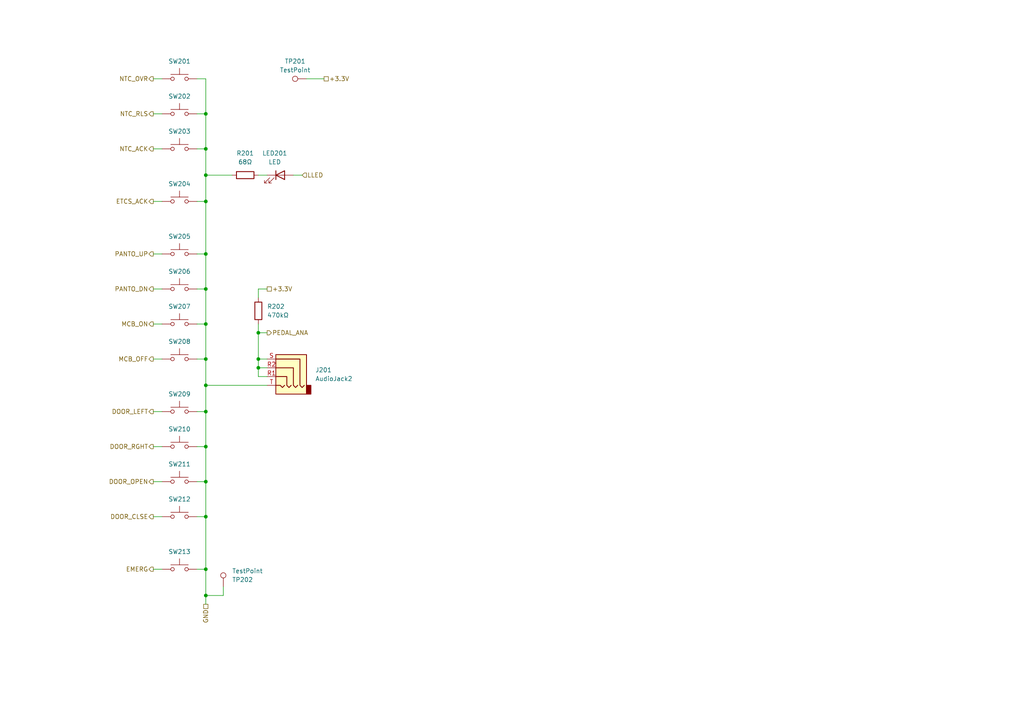
<source format=kicad_sch>
(kicad_sch (version 20231120) (generator "eeschema") (generator_version "8.0")
  (paper "A4")
  (lib_symbols
    (symbol "Connector:TestPoint" (pin_numbers hide) (pin_names (offset 0.762) hide)
      (property "Reference" "TP" (at 0 6.858 0))
      (property "Value" "TestPoint" (at 0 5.08 0))
      (symbol "TestPoint_0_1"
        (circle (center 0 3.302) (radius 0.762))
      )
      (symbol "TestPoint_1_1"
        (pin passive line (at 0 0 90) (length 2.54) (name "1") (number "1"))
      )
    )
    (symbol "Connector_Audio:AudioJack4"
      (property "Reference" "J" (at 0 8.89 0))
      (property "Value" "AudioJack4" (at 0 6.35 0))
      (symbol "AudioJack4_0_1"
        (rectangle (start -6.35 -5.08) (end -7.62 -7.62) (stroke (width 0.254)) (fill (type outline)))
        (polyline (pts (xy 0 -5.08) (xy 0.635 -5.715) (xy 1.27 -5.08) (xy 2.54 -5.08)) (stroke (width 0.254)))
        (polyline (pts (xy -5.715 -5.08) (xy -5.08 -5.715) (xy -4.445 -5.08) (xy -4.445 2.54) (xy 2.54 2.54)) (stroke (width 0.254)))
        (polyline (pts (xy -1.905 -5.08) (xy -1.27 -5.715) (xy -0.635 -5.08) (xy -0.635 -2.54) (xy 2.54 -2.54)) (stroke (width 0.254)))
        (polyline (pts (xy 2.54 0) (xy -2.54 0) (xy -2.54 -5.08) (xy -3.175 -5.715) (xy -3.81 -5.08)) (stroke (width 0.254)))
        (rectangle (start 2.54 3.81) (end -6.35 -7.62) (stroke (width 0.254)) (fill (type background)))
      )
      (symbol "AudioJack4_1_1"
        (pin passive line (at 5.08 -2.54 180) (length 2.54) (name "~") (number "R1"))
        (pin passive line (at 5.08 0 180) (length 2.54) (name "~") (number "R2"))
        (pin passive line (at 5.08 2.54 180) (length 2.54) (name "~") (number "S"))
        (pin passive line (at 5.08 -5.08 180) (length 2.54) (name "~") (number "T"))
      )
    )
    (symbol "Device:LED" (pin_numbers hide) (pin_names (offset 1.016) hide)
      (property "Reference" "D" (at 0 2.54 0))
      (property "Value" "LED" (at 0 -2.54 0))
      (symbol "LED_0_1"
        (polyline (pts (xy -1.27 -1.27) (xy -1.27 1.27)) (stroke (width 0.254)))
        (polyline (pts (xy -1.27 0) (xy 1.27 0)))
        (polyline (pts (xy 1.27 -1.27) (xy 1.27 1.27) (xy -1.27 0) (xy 1.27 -1.27)) (stroke (width 0.254)))
        (polyline (pts (xy -3.048 -0.762) (xy -4.572 -2.286) (xy -3.81 -2.286) (xy -4.572 -2.286) (xy -4.572 -1.524)))
        (polyline (pts (xy -1.778 -0.762) (xy -3.302 -2.286) (xy -2.54 -2.286) (xy -3.302 -2.286) (xy -3.302 -1.524)))
      )
      (symbol "LED_1_1"
        (pin passive line (at -3.81 0 0) (length 2.54) (name "K") (number "1"))
        (pin passive line (at 3.81 0 180) (length 2.54) (name "A") (number "2"))
      )
    )
    (symbol "Device:R" (pin_numbers hide) (pin_names (offset 0))
      (property "Reference" "R" (at 2.032 0 90))
      (property "Value" "R" (at 0 0 90))
      (symbol "R_0_1"
        (rectangle (start -1.016 -2.54) (end 1.016 2.54) (stroke (width 0.254)))
      )
      (symbol "R_1_1"
        (pin passive line (at 0 3.81 270) (length 1.27) (name "~") (number "1"))
        (pin passive line (at 0 -3.81 90) (length 1.27) (name "~") (number "2"))
      )
    )
    (symbol "Switch:SW_Push" (pin_numbers hide) (pin_names (offset 1.016) hide)
      (property "Reference" "SW" (at 1.27 2.54 0))
      (property "Value" "SW_Push" (at 0 -1.524 0))
      (symbol "SW_Push_0_1"
        (circle (center -2.032 0) (radius 0.508))
        (polyline (pts (xy 0 1.27) (xy 0 3.048)))
        (polyline (pts (xy 2.54 1.27) (xy -2.54 1.27)))
        (circle (center 2.032 0) (radius 0.508))
        (pin passive line (at -5.08 0 0) (length 2.54) (name "1") (number "1"))
        (pin passive line (at 5.08 0 180) (length 2.54) (name "2") (number "2"))
      )
    )
  )
  (junction (at 59.69 58.42))
  (junction (at 59.69 119.38))
  (junction (at 59.69 149.86))
  (junction (at 74.93 96.52))
  (junction (at 59.69 129.54))
  (junction (at 59.69 104.14))
  (junction (at 59.69 43.18))
  (junction (at 59.69 93.98))
  (junction (at 59.69 139.7))
  (junction (at 59.69 50.8))
  (junction (at 59.69 172.72))
  (junction (at 74.93 104.14))
  (junction (at 74.93 106.68))
  (junction (at 59.69 83.82))
  (junction (at 59.69 33.02))
  (junction (at 59.69 165.1))
  (junction (at 59.69 73.66))
  (junction (at 59.69 111.76))
  (wire (pts (xy 59.69 119.38) (xy 59.69 129.54)))
  (wire (pts (xy 44.45 58.42) (xy 46.99 58.42)))
  (wire (pts (xy 57.15 73.66) (xy 59.69 73.66)))
  (wire (pts (xy 59.69 172.72) (xy 64.77 172.72)))
  (wire (pts (xy 59.69 50.8) (xy 67.31 50.8)))
  (wire (pts (xy 57.15 43.18) (xy 59.69 43.18)))
  (wire (pts (xy 85.09 50.8) (xy 87.63 50.8)))
  (wire (pts (xy 59.69 172.72) (xy 59.69 175.26)))
  (wire (pts (xy 59.69 43.18) (xy 59.69 50.8)))
  (wire (pts (xy 59.69 50.8) (xy 59.69 58.42)))
  (wire (pts (xy 59.69 111.76) (xy 59.69 119.38)))
  (wire (pts (xy 59.69 22.86) (xy 59.69 33.02)))
  (wire (pts (xy 44.45 129.54) (xy 46.99 129.54)))
  (wire (pts (xy 57.15 83.82) (xy 59.69 83.82)))
  (wire (pts (xy 59.69 165.1) (xy 59.69 172.72)))
  (wire (pts (xy 74.93 104.14) (xy 74.93 106.68)))
  (wire (pts (xy 59.69 73.66) (xy 59.69 83.82)))
  (wire (pts (xy 44.45 22.86) (xy 46.99 22.86)))
  (wire (pts (xy 74.93 104.14) (xy 77.47 104.14)))
  (wire (pts (xy 57.15 149.86) (xy 59.69 149.86)))
  (wire (pts (xy 77.47 109.22) (xy 74.93 109.22)))
  (wire (pts (xy 88.9 22.86) (xy 93.98 22.86)))
  (wire (pts (xy 44.45 83.82) (xy 46.99 83.82)))
  (wire (pts (xy 44.45 43.18) (xy 46.99 43.18)))
  (wire (pts (xy 57.15 165.1) (xy 59.69 165.1)))
  (wire (pts (xy 57.15 129.54) (xy 59.69 129.54)))
  (wire (pts (xy 44.45 104.14) (xy 46.99 104.14)))
  (wire (pts (xy 74.93 93.98) (xy 74.93 96.52)))
  (wire (pts (xy 44.45 73.66) (xy 46.99 73.66)))
  (wire (pts (xy 59.69 33.02) (xy 59.69 43.18)))
  (wire (pts (xy 59.69 93.98) (xy 59.69 104.14)))
  (wire (pts (xy 57.15 33.02) (xy 59.69 33.02)))
  (wire (pts (xy 59.69 129.54) (xy 59.69 139.7)))
  (wire (pts (xy 44.45 149.86) (xy 46.99 149.86)))
  (wire (pts (xy 74.93 96.52) (xy 77.47 96.52)))
  (wire (pts (xy 74.93 83.82) (xy 77.47 83.82)))
  (wire (pts (xy 59.69 149.86) (xy 59.69 165.1)))
  (wire (pts (xy 57.15 22.86) (xy 59.69 22.86)))
  (wire (pts (xy 57.15 93.98) (xy 59.69 93.98)))
  (wire (pts (xy 57.15 119.38) (xy 59.69 119.38)))
  (wire (pts (xy 59.69 104.14) (xy 59.69 111.76)))
  (wire (pts (xy 44.45 93.98) (xy 46.99 93.98)))
  (wire (pts (xy 74.93 104.14) (xy 74.93 96.52)))
  (wire (pts (xy 74.93 106.68) (xy 77.47 106.68)))
  (wire (pts (xy 57.15 139.7) (xy 59.69 139.7)))
  (wire (pts (xy 57.15 104.14) (xy 59.69 104.14)))
  (wire (pts (xy 59.69 139.7) (xy 59.69 149.86)))
  (wire (pts (xy 64.77 170.18) (xy 64.77 172.72)))
  (wire (pts (xy 59.69 83.82) (xy 59.69 93.98)))
  (wire (pts (xy 74.93 109.22) (xy 74.93 106.68)))
  (wire (pts (xy 57.15 58.42) (xy 59.69 58.42)))
  (wire (pts (xy 59.69 58.42) (xy 59.69 73.66)))
  (wire (pts (xy 59.69 111.76) (xy 77.47 111.76)))
  (wire (pts (xy 74.93 50.8) (xy 77.47 50.8)))
  (wire (pts (xy 44.45 119.38) (xy 46.99 119.38)))
  (wire (pts (xy 44.45 139.7) (xy 46.99 139.7)))
  (wire (pts (xy 44.45 165.1) (xy 46.99 165.1)))
  (wire (pts (xy 44.45 33.02) (xy 46.99 33.02)))
  (wire (pts (xy 74.93 86.36) (xy 74.93 83.82)))
  (hierarchical_label "GND" (shape passive) (at 59.69 175.26 270))
  (hierarchical_label "EMERG" (shape output) (at 44.45 165.1 180))
  (hierarchical_label "NTC_ACK" (shape output) (at 44.45 43.18 180))
  (hierarchical_label "ETCS_ACK" (shape output) (at 44.45 58.42 180))
  (hierarchical_label "MCB_OFF" (shape output) (at 44.45 104.14 180))
  (hierarchical_label "DOOR_OPEN" (shape output) (at 44.45 139.7 180))
  (hierarchical_label "PANTO_DN" (shape output) (at 44.45 83.82 180))
  (hierarchical_label "DOOR_CLSE" (shape output) (at 44.45 149.86 180))
  (hierarchical_label "PEDAL_ANA" (shape output) (at 77.47 96.52 0))
  (hierarchical_label "NTC_RLS" (shape output) (at 44.45 33.02 180))
  (hierarchical_label "DOOR_RGHT" (shape output) (at 44.45 129.54 180))
  (hierarchical_label "NTC_OVR" (shape output) (at 44.45 22.86 180))
  (hierarchical_label "+3.3V" (shape passive) (at 77.47 83.82 0))
  (hierarchical_label "MCB_ON" (shape output) (at 44.45 93.98 180))
  (hierarchical_label "PANTO_UP" (shape output) (at 44.45 73.66 180))
  (hierarchical_label "LLED" (shape input) (at 87.63 50.8 0))
  (hierarchical_label "+3.3V" (shape passive) (at 93.98 22.86 0))
  (hierarchical_label "DOOR_LEFT" (shape output) (at 44.45 119.38 180))
  (symbol (lib_id "Device:LED") (at 81.28 50.8 0) (unit 1)
    (property "Reference" "LED201" (at 79.6925 44.45 0))
    (property "Value" "LED" (at 79.6925 46.99 0))
    (property "Footprint" "LED_SMD:LED_0805_2012Metric" (effects (hide yes)))
    (property "Description" "Light emitting diode" (effects (hide yes)))
    (property "LCSC" "C2296" (effects (hide yes)))
  )
  (symbol (lib_id "Switch:SW_Push") (at 52.07 33.02 0) (unit 1)
    (property "Reference" "SW202" (at 52.07 27.94 0))
    (property "Value" "SW_Push" (effects (hide yes)))
    (property "Footprint" "Button_Switch_Keyboard:SW_Cherry_MX_1.00u_PCB" (effects (hide yes)))
    (property "Description" "Push button switch, generic, two pins" (effects (hide yes)))
  )
  (symbol (lib_id "Switch:SW_Push") (at 52.07 83.82 0) (unit 1)
    (property "Reference" "SW206" (at 52.07 78.74 0))
    (property "Value" "SW_Push" (effects (hide yes)))
    (property "Footprint" "Button_Switch_Keyboard:SW_Cherry_MX_1.00u_PCB" (effects (hide yes)))
    (property "Description" "Push button switch, generic, two pins" (effects (hide yes)))
  )
  (symbol (lib_id "Device:R") (at 74.93 90.17 0) (unit 1)
    (property "Reference" "R202" (at 77.47 88.8999 0) (effects (justify left)))
    (property "Value" "470kΩ" (at 77.47 91.4399 0) (effects (justify left)))
    (property "Footprint" "Resistor_SMD:R_0603_1608Metric" (effects (hide yes)))
    (property "Description" "Resistor" (effects (hide yes)))
    (property "LCSC" "C23178" (effects (hide yes)))
  )
  (symbol (lib_id "Switch:SW_Push") (at 52.07 104.14 0) (unit 1)
    (property "Reference" "SW208" (at 52.07 99.06 0))
    (property "Value" "SW_Push" (effects (hide yes)))
    (property "Footprint" "Button_Switch_Keyboard:SW_Cherry_MX_1.00u_PCB" (effects (hide yes)))
    (property "Description" "Push button switch, generic, two pins" (effects (hide yes)))
  )
  (symbol (lib_id "Switch:SW_Push") (at 52.07 58.42 0) (unit 1)
    (property "Reference" "SW204" (at 52.07 53.34 0))
    (property "Value" "SW_Push" (effects (hide yes)))
    (property "Footprint" "Button_Switch_Keyboard:SW_Cherry_MX_1.00u_PCB" (effects (hide yes)))
    (property "Description" "Push button switch, generic, two pins" (effects (hide yes)))
  )
  (symbol (lib_id "Switch:SW_Push") (at 52.07 165.1 0) (unit 1)
    (property "Reference" "SW213" (at 52.07 160.02 0))
    (property "Value" "SW_Push" (effects (hide yes)))
    (property "Footprint" "Button_Switch_Keyboard:SW_Cherry_MX_1.00u_PCB" (effects (hide yes)))
    (property "Description" "Push button switch, generic, two pins" (effects (hide yes)))
  )
  (symbol (lib_id "Switch:SW_Push") (at 52.07 22.86 0) (unit 1)
    (property "Reference" "SW201" (at 52.07 17.78 0))
    (property "Value" "SW_Push" (effects (hide yes)))
    (property "Footprint" "Button_Switch_Keyboard:SW_Cherry_MX_1.00u_PCB" (effects (hide yes)))
    (property "Description" "Push button switch, generic, two pins" (effects (hide yes)))
  )
  (symbol (lib_id "Switch:SW_Push") (at 52.07 93.98 0) (unit 1)
    (property "Reference" "SW207" (at 52.07 88.9 0))
    (property "Value" "SW_Push" (effects (hide yes)))
    (property "Footprint" "Button_Switch_Keyboard:SW_Cherry_MX_1.00u_PCB" (effects (hide yes)))
    (property "Description" "Push button switch, generic, two pins" (effects (hide yes)))
  )
  (symbol (lib_id "Switch:SW_Push") (at 52.07 139.7 0) (unit 1)
    (property "Reference" "SW211" (at 52.07 134.62 0))
    (property "Value" "SW_Push" (effects (hide yes)))
    (property "Footprint" "Button_Switch_Keyboard:SW_Cherry_MX_1.00u_PCB" (effects (hide yes)))
    (property "Description" "Push button switch, generic, two pins" (effects (hide yes)))
  )
  (symbol (lib_id "Connector:TestPoint") (at 64.77 170.18 0) (mirror y) (unit 1)
    (property "Reference" "TP202" (at 67.31 168.1481 0) (effects (justify right)))
    (property "Value" "TestPoint" (at 67.31 165.6081 0) (effects (justify right)))
    (property "Footprint" "TestPoint:TestPoint_Pad_D1.0mm" (effects (hide yes)))
    (property "Description" "test point" (effects (hide yes)))
  )
  (symbol (lib_id "Switch:SW_Push") (at 52.07 149.86 0) (unit 1)
    (property "Reference" "SW212" (at 52.07 144.78 0))
    (property "Value" "SW_Push" (effects (hide yes)))
    (property "Footprint" "Button_Switch_Keyboard:SW_Cherry_MX_1.00u_PCB" (effects (hide yes)))
    (property "Description" "Push button switch, generic, two pins" (effects (hide yes)))
  )
  (symbol (lib_id "Switch:SW_Push") (at 52.07 129.54 0) (unit 1)
    (property "Reference" "SW210" (at 52.07 124.46 0))
    (property "Value" "SW_Push" (effects (hide yes)))
    (property "Footprint" "Button_Switch_Keyboard:SW_Cherry_MX_1.00u_PCB" (effects (hide yes)))
    (property "Description" "Push button switch, generic, two pins" (effects (hide yes)))
  )
  (symbol (lib_id "Connector:TestPoint") (at 88.9 22.86 90) (mirror x) (unit 1)
    (property "Reference" "TP201" (at 85.598 17.78 90))
    (property "Value" "TestPoint" (at 85.598 20.32 90))
    (property "Footprint" "TestPoint:TestPoint_Pad_D1.0mm" (effects (hide yes)))
    (property "Description" "test point" (effects (hide yes)))
  )
  (symbol (lib_id "Device:R") (at 71.12 50.8 90) (unit 1)
    (property "Reference" "R201" (at 71.12 44.45 90))
    (property "Value" "68Ω" (at 71.12 46.99 90))
    (property "Footprint" "Resistor_SMD:R_0805_2012Metric" (effects (hide yes)))
    (property "Description" "Resistor" (effects (hide yes)))
    (property "LCSC" "C17802" (effects (hide yes)))
  )
  (symbol (lib_id "Switch:SW_Push") (at 52.07 119.38 0) (unit 1)
    (property "Reference" "SW209" (at 52.07 114.3 0))
    (property "Value" "SW_Push" (effects (hide yes)))
    (property "Footprint" "Button_Switch_Keyboard:SW_Cherry_MX_1.00u_PCB" (effects (hide yes)))
    (property "Description" "Push button switch, generic, two pins" (effects (hide yes)))
  )
  (symbol (lib_id "Connector_Audio:AudioJack4") (at 82.55 106.68 0) (mirror y) (unit 1)
    (property "Reference" "J201" (at 91.44 107.3149 0) (effects (justify right)))
    (property "Value" "AudioJack2" (at 91.44 109.8549 0) (effects (justify right)))
    (property "Footprint" "Connector_Audio:Jack_3.5mm_PJ320D_Horizontal" (effects (hide yes)))
    (property "Description" "Audio Jack, 4 Poles (TRRS)" (effects (hide yes)))
    (property "LCSC" "C431535" (effects (hide yes)))
  )
  (symbol (lib_id "Switch:SW_Push") (at 52.07 43.18 0) (unit 1)
    (property "Reference" "SW203" (at 52.07 38.1 0))
    (property "Value" "SW_Push" (effects (hide yes)))
    (property "Footprint" "Button_Switch_Keyboard:SW_Cherry_MX_1.00u_PCB" (effects (hide yes)))
    (property "Description" "Push button switch, generic, two pins" (effects (hide yes)))
  )
  (symbol (lib_id "Switch:SW_Push") (at 52.07 73.66 0) (unit 1)
    (property "Reference" "SW205" (at 52.07 68.58 0))
    (property "Value" "SW_Push" (effects (hide yes)))
    (property "Footprint" "Button_Switch_Keyboard:SW_Cherry_MX_1.00u_PCB" (effects (hide yes)))
    (property "Description" "Push button switch, generic, two pins" (effects (hide yes)))
  )
)
</source>
